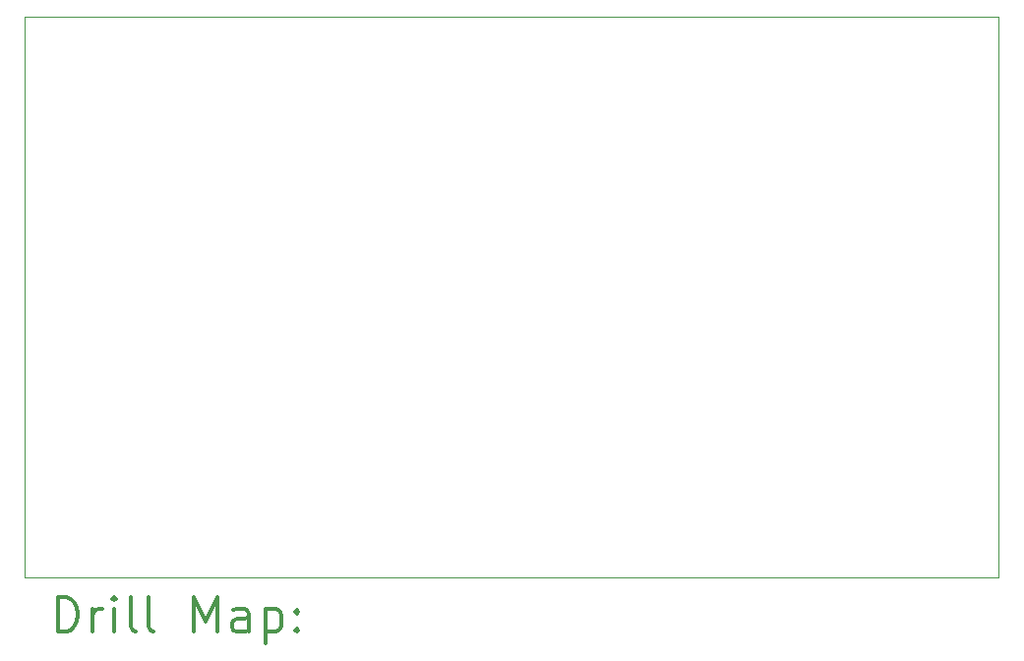
<source format=gbr>
%FSLAX45Y45*%
G04 Gerber Fmt 4.5, Leading zero omitted, Abs format (unit mm)*
G04 Created by KiCad (PCBNEW (5.1.9-0-10_14)) date 2021-07-02 21:33:39*
%MOMM*%
%LPD*%
G01*
G04 APERTURE LIST*
%TA.AperFunction,Profile*%
%ADD10C,0.100000*%
%TD*%
%ADD11C,0.200000*%
%ADD12C,0.300000*%
G04 APERTURE END LIST*
D10*
X8387080Y-26670D02*
X8387080Y4799330D01*
X5080Y4799330D02*
X8387080Y4799330D01*
X5080Y4799330D02*
X5080Y-26670D01*
X5080Y-26670D02*
X8387080Y-26670D01*
D11*
D12*
X286508Y-497384D02*
X286508Y-197384D01*
X357937Y-197384D01*
X400794Y-211670D01*
X429366Y-240241D01*
X443651Y-268813D01*
X457937Y-325956D01*
X457937Y-368813D01*
X443651Y-425956D01*
X429366Y-454527D01*
X400794Y-483099D01*
X357937Y-497384D01*
X286508Y-497384D01*
X586508Y-497384D02*
X586508Y-297384D01*
X586508Y-354527D02*
X600794Y-325956D01*
X615080Y-311670D01*
X643651Y-297384D01*
X672223Y-297384D01*
X772223Y-497384D02*
X772223Y-297384D01*
X772223Y-197384D02*
X757937Y-211670D01*
X772223Y-225956D01*
X786508Y-211670D01*
X772223Y-197384D01*
X772223Y-225956D01*
X957937Y-497384D02*
X929366Y-483099D01*
X915080Y-454527D01*
X915080Y-197384D01*
X1115080Y-497384D02*
X1086508Y-483099D01*
X1072223Y-454527D01*
X1072223Y-197384D01*
X1457937Y-497384D02*
X1457937Y-197384D01*
X1557937Y-411670D01*
X1657937Y-197384D01*
X1657937Y-497384D01*
X1929366Y-497384D02*
X1929366Y-340242D01*
X1915080Y-311670D01*
X1886508Y-297384D01*
X1829366Y-297384D01*
X1800794Y-311670D01*
X1929366Y-483099D02*
X1900794Y-497384D01*
X1829366Y-497384D01*
X1800794Y-483099D01*
X1786508Y-454527D01*
X1786508Y-425956D01*
X1800794Y-397384D01*
X1829366Y-383099D01*
X1900794Y-383099D01*
X1929366Y-368813D01*
X2072223Y-297384D02*
X2072223Y-597384D01*
X2072223Y-311670D02*
X2100794Y-297384D01*
X2157937Y-297384D01*
X2186508Y-311670D01*
X2200794Y-325956D01*
X2215080Y-354527D01*
X2215080Y-440241D01*
X2200794Y-468813D01*
X2186508Y-483099D01*
X2157937Y-497384D01*
X2100794Y-497384D01*
X2072223Y-483099D01*
X2343651Y-468813D02*
X2357937Y-483099D01*
X2343651Y-497384D01*
X2329366Y-483099D01*
X2343651Y-468813D01*
X2343651Y-497384D01*
X2343651Y-311670D02*
X2357937Y-325956D01*
X2343651Y-340242D01*
X2329366Y-325956D01*
X2343651Y-311670D01*
X2343651Y-340242D01*
M02*

</source>
